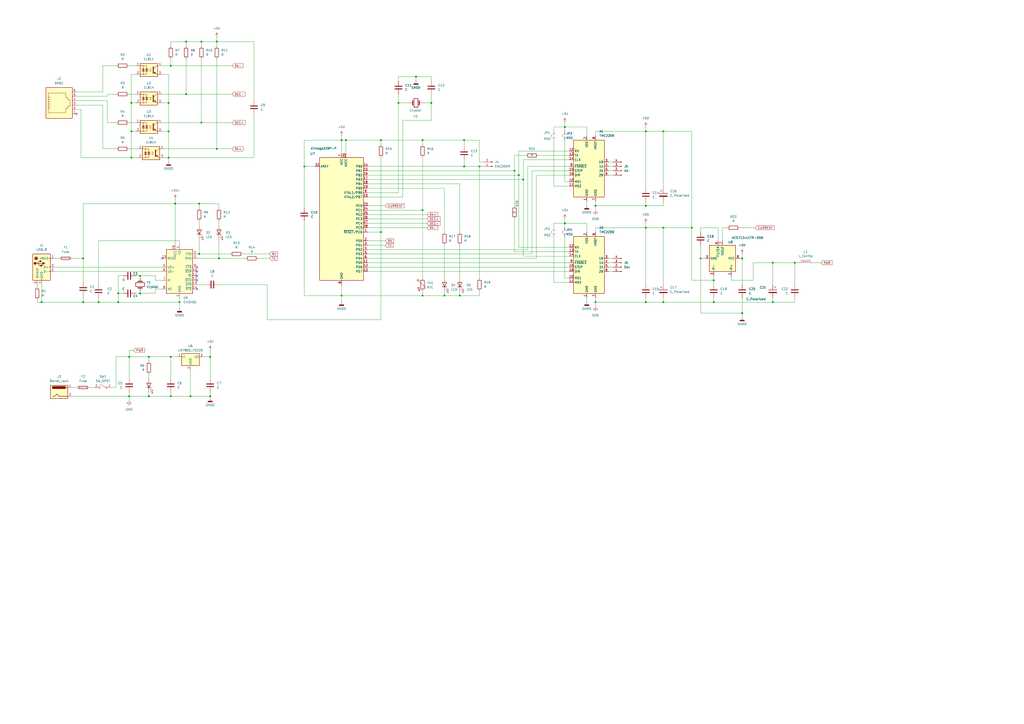
<source format=kicad_sch>
(kicad_sch (version 20231120) (generator "eeschema") (generator_version "8.0")
  (paper "A2")
  (junction (at 374.65 119.38))
  (junction (at 298.45 99.06))
  (junction (at 220.98 81.28))
  (junction (at 200.66 81.28))
  (junction (at 76.2 91.44))
  (junction (at 48.26 175.26))
  (junction (at 104.14 175.26))
  (junction (at 81.28 170.18))
  (junction (at 384.81 132.08))
  (junction (at 99.06 207.01))
  (junction (at 257.81 171.45))
  (junction (at 116.84 24.13))
  (junction (at 345.44 119.38))
  (junction (at 430.53 149.86))
  (junction (at 374.65 175.26))
  (junction (at 115.57 118.11))
  (junction (at 327.66 129.54))
  (junction (at 97.79 59.69))
  (junction (at 245.11 121.92))
  (junction (at 384.81 175.26))
  (junction (at 127 149.86))
  (junction (at 245.11 81.28))
  (junction (at 176.53 96.52))
  (junction (at 414.02 162.56))
  (junction (at 461.01 152.4))
  (junction (at 101.6 118.11))
  (junction (at 110.49 229.87))
  (junction (at 327.66 73.66))
  (junction (at 241.3 44.45))
  (junction (at 374.65 132.08))
  (junction (at 250.19 59.69))
  (junction (at 430.53 181.61))
  (junction (at 48.26 149.86))
  (junction (at 121.92 229.87))
  (junction (at 448.31 175.26))
  (junction (at 24.13 175.26))
  (junction (at 125.73 86.36))
  (junction (at 406.4 149.86))
  (junction (at 303.53 104.14))
  (junction (at 245.11 171.45))
  (junction (at 374.65 76.2))
  (junction (at 68.58 175.26))
  (junction (at 115.57 147.32))
  (junction (at 269.24 96.52))
  (junction (at 125.73 24.13))
  (junction (at 121.92 207.01))
  (junction (at 86.36 207.01))
  (junction (at 68.58 170.18))
  (junction (at 384.81 76.2))
  (junction (at 401.32 132.08))
  (junction (at 76.2 59.69))
  (junction (at 81.28 160.02))
  (junction (at 448.31 152.4))
  (junction (at 97.79 91.44))
  (junction (at 198.12 171.45))
  (junction (at 97.79 76.2))
  (junction (at 300.99 101.6))
  (junction (at 220.98 134.62))
  (junction (at 86.36 229.87))
  (junction (at 99.06 38.1))
  (junction (at 99.06 229.87))
  (junction (at 107.95 24.13))
  (junction (at 231.14 59.69))
  (junction (at 57.15 175.26))
  (junction (at 266.7 171.45))
  (junction (at 269.24 81.28))
  (junction (at 345.44 175.26))
  (junction (at 76.2 76.2))
  (junction (at 198.12 81.28))
  (junction (at 278.13 96.52))
  (junction (at 74.93 207.01))
  (junction (at 74.93 229.87))
  (junction (at 107.95 54.61))
  (junction (at 116.84 71.12))
  (junction (at 414.02 175.26))
  (no_connect (at 114.3 162.56))
  (no_connect (at 44.45 66.04))
  (no_connect (at 114.3 167.64))
  (no_connect (at 114.3 154.94))
  (no_connect (at 93.98 149.86))
  (no_connect (at 114.3 160.02))
  (no_connect (at 114.3 157.48))
  (wire (pts (xy 340.36 129.54) (xy 340.36 134.62)))
  (wire (pts (xy 101.6 118.11) (xy 101.6 142.24)))
  (wire (pts (xy 74.93 227.33) (xy 74.93 229.87)))
  (wire (pts (xy 269.24 92.71) (xy 269.24 96.52)))
  (wire (pts (xy 245.11 81.28) (xy 245.11 83.82)))
  (wire (pts (xy 44.45 53.34) (xy 59.69 53.34)))
  (wire (pts (xy 213.36 96.52) (xy 269.24 96.52)))
  (wire (pts (xy 430.53 172.72) (xy 430.53 181.61)))
  (wire (pts (xy 406.4 132.08) (xy 406.4 134.62)))
  (wire (pts (xy 298.45 146.05) (xy 298.45 127)))
  (wire (pts (xy 97.79 76.2) (xy 97.79 59.69)))
  (wire (pts (xy 448.31 152.4) (xy 461.01 152.4)))
  (wire (pts (xy 327.66 71.12) (xy 327.66 73.66)))
  (wire (pts (xy 116.84 71.12) (xy 93.98 71.12)))
  (wire (pts (xy 99.06 26.67) (xy 99.06 24.13)))
  (wire (pts (xy 330.2 96.52) (xy 306.07 96.52)))
  (wire (pts (xy 127 128.27) (xy 127 130.81)))
  (wire (pts (xy 57.15 172.72) (xy 57.15 175.26)))
  (wire (pts (xy 461.01 152.4) (xy 463.55 152.4)))
  (wire (pts (xy 68.58 175.26) (xy 104.14 175.26)))
  (wire (pts (xy 213.36 114.3) (xy 233.68 114.3)))
  (wire (pts (xy 76.2 59.69) (xy 76.2 76.2)))
  (wire (pts (xy 429.26 132.08) (xy 438.15 132.08)))
  (wire (pts (xy 213.36 154.94) (xy 330.2 154.94)))
  (wire (pts (xy 327.66 129.54) (xy 340.36 129.54)))
  (wire (pts (xy 21.59 165.1) (xy 21.59 166.37)))
  (wire (pts (xy 24.13 175.26) (xy 21.59 175.26)))
  (wire (pts (xy 401.32 76.2) (xy 384.81 76.2)))
  (wire (pts (xy 327.66 105.41) (xy 330.2 105.41)))
  (wire (pts (xy 345.44 76.2) (xy 374.65 76.2)))
  (wire (pts (xy 97.79 43.18) (xy 93.98 43.18)))
  (wire (pts (xy 97.79 91.44) (xy 95.25 91.44)))
  (wire (pts (xy 107.95 24.13) (xy 107.95 26.67)))
  (wire (pts (xy 303.53 92.71) (xy 330.2 92.71)))
  (wire (pts (xy 345.44 119.38) (xy 345.44 121.92)))
  (wire (pts (xy 213.36 99.06) (xy 298.45 99.06)))
  (wire (pts (xy 74.93 207.01) (xy 74.93 203.2)))
  (wire (pts (xy 384.81 116.84) (xy 384.81 119.38)))
  (wire (pts (xy 147.32 24.13) (xy 147.32 58.42)))
  (wire (pts (xy 245.11 171.45) (xy 257.81 171.45)))
  (wire (pts (xy 321.31 137.16) (xy 321.31 163.83)))
  (wire (pts (xy 408.94 149.86) (xy 406.4 149.86)))
  (wire (pts (xy 90.17 162.56) (xy 90.17 160.02)))
  (wire (pts (xy 176.53 120.65) (xy 176.53 96.52)))
  (wire (pts (xy 24.13 175.26) (xy 48.26 175.26)))
  (wire (pts (xy 257.81 171.45) (xy 266.7 171.45)))
  (wire (pts (xy 269.24 81.28) (xy 278.13 81.28)))
  (wire (pts (xy 374.65 129.54) (xy 374.65 132.08)))
  (wire (pts (xy 41.91 229.87) (xy 74.93 229.87)))
  (wire (pts (xy 76.2 43.18) (xy 76.2 59.69)))
  (wire (pts (xy 436.88 162.56) (xy 436.88 152.4)))
  (wire (pts (xy 74.93 203.2) (xy 77.47 203.2)))
  (wire (pts (xy 306.07 96.52) (xy 306.07 144.78)))
  (wire (pts (xy 448.31 165.1) (xy 448.31 152.4)))
  (wire (pts (xy 21.59 175.26) (xy 21.59 173.99)))
  (wire (pts (xy 127 165.1) (xy 154.94 165.1)))
  (wire (pts (xy 430.53 149.86) (xy 429.26 149.86)))
  (wire (pts (xy 250.19 54.61) (xy 250.19 59.69)))
  (wire (pts (xy 90.17 160.02) (xy 81.28 160.02)))
  (wire (pts (xy 115.57 138.43) (xy 115.57 147.32)))
  (wire (pts (xy 127 138.43) (xy 127 149.86)))
  (wire (pts (xy 266.7 171.45) (xy 266.7 168.91)))
  (wire (pts (xy 269.24 81.28) (xy 269.24 85.09)))
  (wire (pts (xy 213.36 124.46) (xy 247.65 124.46)))
  (wire (pts (xy 24.13 175.26) (xy 24.13 165.1)))
  (wire (pts (xy 86.36 207.01) (xy 74.93 207.01)))
  (wire (pts (xy 406.4 142.24) (xy 406.4 149.86)))
  (wire (pts (xy 97.79 59.69) (xy 97.79 43.18)))
  (wire (pts (xy 121.92 229.87) (xy 121.92 231.14)))
  (wire (pts (xy 62.23 71.12) (xy 67.31 71.12)))
  (wire (pts (xy 374.65 175.26) (xy 384.81 175.26)))
  (wire (pts (xy 57.15 139.7) (xy 104.14 139.7)))
  (wire (pts (xy 147.32 91.44) (xy 97.79 91.44)))
  (wire (pts (xy 327.66 137.16) (xy 327.66 161.29)))
  (wire (pts (xy 384.81 76.2) (xy 384.81 109.22)))
  (wire (pts (xy 384.81 175.26) (xy 414.02 175.26)))
  (wire (pts (xy 401.32 132.08) (xy 401.32 76.2)))
  (wire (pts (xy 471.17 152.4) (xy 476.25 152.4)))
  (wire (pts (xy 54.61 224.79) (xy 52.07 224.79)))
  (wire (pts (xy 300.99 143.51) (xy 330.2 143.51)))
  (wire (pts (xy 419.1 132.08) (xy 421.64 132.08)))
  (wire (pts (xy 345.44 119.38) (xy 374.65 119.38)))
  (wire (pts (xy 278.13 96.52) (xy 278.13 161.29)))
  (wire (pts (xy 48.26 149.86) (xy 48.26 163.83)))
  (wire (pts (xy 121.92 207.01) (xy 121.92 203.2)))
  (wire (pts (xy 461.01 175.26) (xy 461.01 172.72)))
  (wire (pts (xy 127 118.11) (xy 127 120.65)))
  (wire (pts (xy 78.74 59.69) (xy 76.2 59.69)))
  (wire (pts (xy 114.3 147.32) (xy 115.57 147.32)))
  (wire (pts (xy 99.06 207.01) (xy 99.06 219.71)))
  (wire (pts (xy 198.12 78.74) (xy 198.12 81.28)))
  (wire (pts (xy 97.79 59.69) (xy 93.98 59.69)))
  (wire (pts (xy 44.45 60.96) (xy 59.69 60.96)))
  (wire (pts (xy 59.69 86.36) (xy 67.31 86.36)))
  (wire (pts (xy 93.98 167.64) (xy 90.17 167.64)))
  (wire (pts (xy 59.69 53.34) (xy 59.69 38.1)))
  (wire (pts (xy 76.2 91.44) (xy 46.99 91.44)))
  (wire (pts (xy 78.74 160.02) (xy 81.28 160.02)))
  (wire (pts (xy 245.11 121.92) (xy 245.11 161.29)))
  (wire (pts (xy 311.15 101.6) (xy 311.15 149.86)))
  (wire (pts (xy 257.81 171.45) (xy 257.81 168.91)))
  (wire (pts (xy 115.57 118.11) (xy 127 118.11)))
  (wire (pts (xy 78.74 76.2) (xy 76.2 76.2)))
  (wire (pts (xy 303.53 104.14) (xy 303.53 148.59)))
  (wire (pts (xy 374.65 76.2) (xy 384.81 76.2)))
  (wire (pts (xy 116.84 71.12) (xy 134.62 71.12)))
  (wire (pts (xy 86.36 217.17) (xy 86.36 219.71)))
  (wire (pts (xy 97.79 76.2) (xy 97.79 91.44)))
  (wire (pts (xy 176.53 96.52) (xy 176.53 81.28)))
  (wire (pts (xy 127 149.86) (xy 142.24 149.86)))
  (wire (pts (xy 57.15 165.1) (xy 57.15 139.7)))
  (wire (pts (xy 104.14 139.7) (xy 104.14 142.24)))
  (wire (pts (xy 406.4 181.61) (xy 430.53 181.61)))
  (wire (pts (xy 99.06 38.1) (xy 134.62 38.1)))
  (wire (pts (xy 280.67 93.98) (xy 278.13 93.98)))
  (wire (pts (xy 345.44 119.38) (xy 345.44 116.84)))
  (wire (pts (xy 416.56 139.7) (xy 416.56 132.08)))
  (wire (pts (xy 345.44 132.08) (xy 345.44 134.62)))
  (wire (pts (xy 231.14 44.45) (xy 241.3 44.45)))
  (wire (pts (xy 312.42 90.17) (xy 330.2 90.17)))
  (wire (pts (xy 149.86 149.86) (xy 156.21 149.86)))
  (wire (pts (xy 340.36 78.74) (xy 340.36 73.66)))
  (wire (pts (xy 62.23 58.42) (xy 62.23 71.12)))
  (wire (pts (xy 233.68 69.85) (xy 233.68 114.3)))
  (wire (pts (xy 374.65 109.22) (xy 374.65 76.2)))
  (wire (pts (xy 110.49 214.63) (xy 110.49 229.87)))
  (wire (pts (xy 107.95 34.29) (xy 107.95 54.61)))
  (wire (pts (xy 220.98 81.28) (xy 200.66 81.28)))
  (wire (pts (xy 419.1 139.7) (xy 419.1 132.08)))
  (wire (pts (xy 321.31 129.54) (xy 321.31 132.08)))
  (wire (pts (xy 278.13 96.52) (xy 280.67 96.52)))
  (wire (pts (xy 86.36 209.55) (xy 86.36 207.01)))
  (wire (pts (xy 424.18 160.02) (xy 424.18 162.56)))
  (wire (pts (xy 374.65 172.72) (xy 374.65 175.26)))
  (wire (pts (xy 125.73 86.36) (xy 95.25 86.36)))
  (wire (pts (xy 241.3 44.45) (xy 250.19 44.45)))
  (wire (pts (xy 200.66 81.28) (xy 200.66 88.9)))
  (wire (pts (xy 266.7 142.24) (xy 266.7 161.29)))
  (wire (pts (xy 198.12 81.28) (xy 198.12 88.9)))
  (wire (pts (xy 115.57 118.11) (xy 101.6 118.11)))
  (wire (pts (xy 213.36 127) (xy 247.65 127)))
  (wire (pts (xy 78.74 170.18) (xy 81.28 170.18)))
  (wire (pts (xy 213.36 132.08) (xy 247.65 132.08)))
  (wire (pts (xy 81.28 160.02) (xy 81.28 161.29)))
  (wire (pts (xy 231.14 59.69) (xy 237.49 59.69)))
  (wire (pts (xy 353.06 157.48) (xy 355.6 157.48)))
  (wire (pts (xy 311.15 101.6) (xy 330.2 101.6)))
  (wire (pts (xy 107.95 24.13) (xy 116.84 24.13)))
  (wire (pts (xy 110.49 229.87) (xy 121.92 229.87)))
  (wire (pts (xy 176.53 81.28) (xy 198.12 81.28)))
  (wire (pts (xy 48.26 118.11) (xy 101.6 118.11)))
  (wire (pts (xy 176.53 128.27) (xy 176.53 171.45)))
  (wire (pts (xy 353.06 96.52) (xy 355.6 96.52)))
  (wire (pts (xy 104.14 175.26) (xy 104.14 179.07)))
  (wire (pts (xy 300.99 87.63) (xy 330.2 87.63)))
  (wire (pts (xy 31.75 149.86) (xy 34.29 149.86)))
  (wire (pts (xy 176.53 96.52) (xy 182.88 96.52)))
  (wire (pts (xy 345.44 76.2) (xy 345.44 78.74)))
  (wire (pts (xy 74.93 54.61) (xy 78.74 54.61)))
  (wire (pts (xy 86.36 229.87) (xy 99.06 229.87)))
  (wire (pts (xy 198.12 171.45) (xy 176.53 171.45)))
  (wire (pts (xy 121.92 227.33) (xy 121.92 229.87)))
  (wire (pts (xy 198.12 171.45) (xy 198.12 175.26)))
  (wire (pts (xy 448.31 175.26) (xy 461.01 175.26)))
  (wire (pts (xy 74.93 229.87) (xy 74.93 232.41)))
  (wire (pts (xy 250.19 44.45) (xy 250.19 46.99)))
  (wire (pts (xy 250.19 69.85) (xy 250.19 59.69)))
  (wire (pts (xy 345.44 132.08) (xy 374.65 132.08)))
  (wire (pts (xy 250.19 69.85) (xy 233.68 69.85)))
  (wire (pts (xy 414.02 162.56) (xy 414.02 165.1)))
  (wire (pts (xy 213.36 144.78) (xy 306.07 144.78)))
  (wire (pts (xy 257.81 142.24) (xy 257.81 161.29)))
  (wire (pts (xy 107.95 54.61) (xy 93.98 54.61)))
  (wire (pts (xy 300.99 101.6) (xy 300.99 143.51)))
  (wire (pts (xy 269.24 96.52) (xy 278.13 96.52)))
  (wire (pts (xy 125.73 24.13) (xy 125.73 26.67)))
  (wire (pts (xy 430.53 147.32) (xy 430.53 149.86)))
  (wire (pts (xy 353.06 93.98) (xy 355.6 93.98)))
  (wire (pts (xy 278.13 93.98) (xy 278.13 81.28)))
  (wire (pts (xy 74.93 71.12) (xy 78.74 71.12)))
  (wire (pts (xy 213.36 142.24) (xy 223.52 142.24)))
  (wire (pts (xy 78.74 43.18) (xy 76.2 43.18)))
  (wire (pts (xy 374.65 165.1) (xy 374.65 132.08)))
  (wire (pts (xy 430.53 181.61) (xy 430.53 184.15)))
  (wire (pts (xy 213.36 121.92) (xy 245.11 121.92)))
  (wire (pts (xy 327.66 129.54) (xy 327.66 132.08)))
  (wire (pts (xy 213.36 139.7) (xy 223.52 139.7)))
  (wire (pts (xy 121.92 207.01) (xy 121.92 219.71)))
  (wire (pts (xy 448.31 172.72) (xy 448.31 175.26)))
  (wire (pts (xy 41.91 149.86) (xy 48.26 149.86)))
  (wire (pts (xy 62.23 54.61) (xy 62.23 55.88)))
  (wire (pts (xy 57.15 175.26) (xy 68.58 175.26)))
  (wire (pts (xy 74.93 207.01) (xy 74.93 219.71)))
  (wire (pts (xy 115.57 147.32) (xy 133.35 147.32)))
  (wire (pts (xy 308.61 99.06) (xy 330.2 99.06)))
  (wire (pts (xy 231.14 46.99) (xy 231.14 44.45)))
  (wire (pts (xy 330.2 146.05) (xy 298.45 146.05)))
  (wire (pts (xy 213.36 157.48) (xy 330.2 157.48)))
  (wire (pts (xy 266.7 106.68) (xy 266.7 134.62)))
  (wire (pts (xy 213.36 104.14) (xy 303.53 104.14)))
  (wire (pts (xy 340.36 73.66) (xy 327.66 73.66)))
  (wire (pts (xy 298.45 99.06) (xy 298.45 90.17)))
  (wire (pts (xy 308.61 99.06) (xy 308.61 147.32)))
  (wire (pts (xy 86.36 227.33) (xy 86.36 229.87)))
  (wire (pts (xy 213.36 106.68) (xy 266.7 106.68)))
  (wire (pts (xy 374.65 116.84) (xy 374.65 119.38)))
  (wire (pts (xy 353.06 152.4) (xy 355.6 152.4)))
  (wire (pts (xy 414.02 160.02) (xy 414.02 162.56)))
  (wire (pts (xy 303.53 104.14) (xy 303.53 92.71)))
  (wire (pts (xy 99.06 38.1) (xy 93.98 38.1)))
  (wire (pts (xy 213.36 152.4) (xy 330.2 152.4)))
  (wire (pts (xy 345.44 175.26) (xy 345.44 172.72)))
  (wire (pts (xy 340.36 116.84) (xy 340.36 119.38)))
  (wire (pts (xy 257.81 109.22) (xy 257.81 134.62)))
  (wire (pts (xy 327.66 127) (xy 327.66 129.54)))
  (wire (pts (xy 245.11 81.28) (xy 269.24 81.28)))
  (wire (pts (xy 67.31 207.01) (xy 74.93 207.01)))
  (wire (pts (xy 74.93 86.36) (xy 80.01 86.36)))
  (wire (pts (xy 80.01 91.44) (xy 76.2 91.44)))
  (wire (pts (xy 327.66 129.54) (xy 321.31 129.54)))
  (wire (pts (xy 125.73 21.59) (xy 125.73 24.13)))
  (wire (pts (xy 327.66 81.28) (xy 327.66 105.41)))
  (wire (pts (xy 44.45 63.5) (xy 46.99 63.5)))
  (wire (pts (xy 116.84 34.29) (xy 116.84 71.12)))
  (wire (pts (xy 147.32 66.04) (xy 147.32 91.44)))
  (wire (pts (xy 59.69 86.36) (xy 59.69 60.96)))
  (wire (pts (xy 86.36 229.87) (xy 74.93 229.87)))
  (wire (pts (xy 245.11 168.91) (xy 245.11 171.45)))
  (wire (pts (xy 353.06 149.86) (xy 355.6 149.86)))
  (wire (pts (xy 48.26 118.11) (xy 48.26 149.86)))
  (wire (pts (xy 74.93 38.1) (xy 78.74 38.1)))
  (wire (pts (xy 114.3 165.1) (xy 119.38 165.1)))
  (wire (pts (xy 430.53 165.1) (xy 430.53 149.86)))
  (wire (pts (xy 93.98 162.56) (xy 90.17 162.56)))
  (wire (pts (xy 416.56 132.08) (xy 406.4 132.08)))
  (wire (pts (xy 300.99 87.63) (xy 300.99 101.6)))
  (wire (pts (xy 68.58 170.18) (xy 68.58 175.26)))
  (wire (pts (xy 327.66 161.29) (xy 330.2 161.29)))
  (wire (pts (xy 266.7 171.45) (xy 278.13 171.45)))
  (wire (pts (xy 414.02 172.72) (xy 414.02 175.26)))
  (wire (pts (xy 140.97 147.32) (xy 156.21 147.32)))
  (wire (pts (xy 81.28 168.91) (xy 81.28 170.18)))
  (wire (pts (xy 41.91 224.79) (xy 44.45 224.79)))
  (wire (pts (xy 114.3 149.86) (xy 127 149.86)))
  (wire (pts (xy 245.11 91.44) (xy 245.11 121.92)))
  (wire (pts (xy 401.32 162.56) (xy 401.32 132.08)))
  (wire (pts (xy 374.65 73.66) (xy 374.65 76.2)))
  (wire (pts (xy 213.36 147.32) (xy 308.61 147.32)))
  (wire (pts (xy 220.98 81.28) (xy 245.11 81.28)))
  (wire (pts (xy 116.84 24.13) (xy 116.84 26.67)))
  (wire (pts (xy 220.98 134.62) (xy 220.98 185.42)))
  (wire (pts (xy 321.31 81.28) (xy 321.31 107.95)))
  (wire (pts (xy 241.3 44.45) (xy 241.3 46.99)))
  (wire (pts (xy 44.45 58.42) (xy 62.23 58.42)))
  (wire (pts (xy 67.31 54.61) (xy 62.23 54.61)))
  (wire (pts (xy 353.06 154.94) (xy 355.6 154.94)))
  (wire (pts (xy 384.81 172.72) (xy 384.81 175.26)))
  (wire (pts (xy 353.06 101.6) (xy 355.6 101.6)))
  (wire (pts (xy 99.06 34.29) (xy 99.06 38.1)))
  (wire (pts (xy 93.98 76.2) (xy 97.79 76.2)))
  (wire (pts (xy 345.44 175.26) (xy 345.44 177.8)))
  (wire (pts (xy 213.36 101.6) (xy 300.99 101.6)))
  (wire (pts (xy 118.11 207.01) (xy 121.92 207.01)))
  (wire (pts (xy 99.06 227.33) (xy 99.06 229.87)))
  (wire (pts (xy 220.98 83.82) (xy 220.98 81.28)))
  (wire (pts (xy 374.65 132.08) (xy 384.81 132.08)))
  (wire (pts (xy 67.31 224.79) (xy 67.31 207.01)))
  (wire (pts (xy 90.17 170.18) (xy 81.28 170.18)))
  (wire (pts (xy 231.14 54.61) (xy 231.14 59.69)))
  (wire (pts (xy 353.06 99.06) (xy 355.6 99.06)))
  (wire (pts (xy 76.2 76.2) (xy 76.2 91.44)))
  (wire (pts (xy 401.32 132.08) (xy 384.81 132.08)))
  (wire (pts (xy 245.11 171.45) (xy 198.12 171.45)))
  (wire (pts (xy 220.98 134.62) (xy 213.36 134.62)))
  (wire (pts (xy 340.36 172.72) (xy 340.36 175.26)))
  (wire (pts (xy 125.73 86.36) (xy 134.62 86.36)))
  (wire (pts (xy 213.36 119.38) (xy 223.52 119.38)))
  (wire (pts (xy 384.81 132.08) (xy 384.81 165.1)))
  (wire (pts (xy 213.36 129.54) (xy 247.65 129.54)))
  (wire (pts (xy 414.02 162.56) (xy 401.32 162.56)))
  (wire (pts (xy 220.98 91.44) (xy 220.98 134.62)))
  (wire (pts (xy 424.18 162.56) (xy 436.88 162.56)))
  (wire (pts (xy 374.65 119.38) (xy 384.81 119.38)))
  (wire (pts (xy 99.06 229.87) (xy 110.49 229.87)))
  (wire (pts (xy 46.99 91.44) (xy 46.99 63.5)))
  (wire (pts (xy 59.69 38.1) (xy 67.31 38.1)))
  (wire (pts (xy 116.84 24.13) (xy 125.73 24.13)))
  (wire (pts (xy 278.13 171.45) (xy 278.13 168.91)))
  (wire (pts (xy 436.88 152.4) (xy 448.31 152.4)))
  (wire (pts (xy 213.36 149.86) (xy 311.15 149.86)))
  (wire (pts (xy 64.77 224.79) (xy 67.31 224.79)))
  (wire (pts (xy 102.87 207.01) (xy 99.06 207.01)))
  (wire (pts (xy 298.45 99.06) (xy 298.45 119.38)))
  (wire (pts (xy 414.02 175.26) (xy 448.31 175.26)))
  (wire (pts (xy 99.06 24.13) (xy 107.95 24.13)))
  (wire (pts (xy 86.36 207.01) (xy 99.06 207.01)))
  (wire (pts (xy 71.12 170.18) (xy 68.58 170.18)))
  (wire (pts (xy 250.19 59.69) (xy 245.11 59.69)))
  (wire (pts (xy 48.26 175.26) (xy 57.15 175.26)))
  (wire (pts (xy 31.75 157.48) (xy 93.98 157.48)))
  (wire (pts (xy 115.57 128.27) (xy 115.57 130.81)))
  (wire (pts (xy 104.14 172.72) (xy 104.14 175.26)))
  (wire (pts (xy 101.6 115.57) (xy 101.6 118.11)))
  (wire (pts (xy 48.26 171.45) (xy 48.26 175.26)))
  (wire (pts (xy 461.01 165.1) (xy 461.01 152.4)))
  (wire (pts (xy 154.94 165.1) (xy 154.94 185.42)))
  (wire (pts (xy 327.66 73.66) (xy 327.66 76.2)))
  (wire (pts (xy 198.12 165.1) (xy 198.12 171.45)))
  (wire (pts (xy 44.45 55.88) (xy 62.23 55.88)))
  (wire (pts (xy 68.58 160.02) (xy 71.12 160.02)))
  (wire (pts (xy 321.31 73.66) (xy 321.31 76.2)))
  (wire (pts (xy 303.53 148.59) (xy 330.2 148.59)))
  (wire (pts (xy 327.66 73.66) (xy 321.31 73.66)))
  (wire (pts (xy 68.58 170.18) (xy 68.58 160.02)))
  (wire (pts (xy 213.36 111.76) (xy 231.14 111.76)))
  (wire (pts (xy 115.57 120.65) (xy 115.57 118.11)))
  (wire (pts (xy 90.17 167.64) (xy 90.17 170.18)))
  (wire (pts (xy 321.31 107.95) (xy 330.2 107.95)))
  (wire (pts (xy 298.45 90.17) (xy 304.8 90.17)))
  (wire (pts (xy 213.36 109.22) (xy 257.81 109.22)))
  (wire (pts (xy 231.14 59.69) (xy 231.14 111.76)))
  (wire (pts (xy 406.4 149.86) (xy 406.4 181.61)))
  (wire (pts (xy 321.31 163.83) (xy 330.2 163.83)))
  (wire (pts (xy 107.95 54.61) (xy 134.62 54.61)))
  (wire (pts (xy 200.66 81.28) (xy 198.12 81.28)))
  (wire (pts (xy 97.79 91.44) (xy 97.79 93.98)))
  (wire (pts (xy 125.73 34.29) (xy 125.73 86.36)))
  (wire (pts (xy 125.73 24.13) (xy 147.32 24.13)))
  (wire (pts (xy 154.94 185.42) (xy 220.98 185.42)))
  (wire (pts (xy 31.75 154.94) (xy 93.98 154.94)))
  (wire (pts (xy 345.44 175.26) (xy 374.65 175.26)))
  (global_label "PWR" (shape input) (at 476.25 152.4 0) (property "Intersheetrefs" "${INTERSHEET_REFS}" (effects (hide yes))))
  (global_label "CURRENT" (shape input) (at 438.15 132.08 0) (property "Intersheetrefs" "${INTERSHEET_REFS}" (effects (hide yes))))
  (global_label "RA+" (shape input) (at 247.65 124.46 0) (property "Intersheetrefs" "${INTERSHEET_REFS}" (effects (hide yes))))
  (global_label "RA-" (shape input) (at 247.65 132.08 0) (property "Intersheetrefs" "${INTERSHEET_REFS}" (effects (hide yes))))
  (global_label "PWR" (shape input) (at 77.47 203.2 0) (property "Intersheetrefs" "${INTERSHEET_REFS}" (effects (hide yes))))
  (global_label "TX" (shape input) (at 156.21 149.86 0) (property "Intersheetrefs" "${INTERSHEET_REFS}" (effects (hide yes))))
  (global_label "DEC-" (shape input) (at 247.65 129.54 0) (property "Intersheetrefs" "${INTERSHEET_REFS}" (effects (hide yes))))
  (global_label "RA+" (shape input) (at 134.62 86.36 0) (property "Intersheetrefs" "${INTERSHEET_REFS}" (effects (hide yes))))
  (global_label "TX" (shape input) (at 223.52 142.24 0) (property "Intersheetrefs" "${INTERSHEET_REFS}" (effects (hide yes))))
  (global_label "DEC+" (shape input) (at 247.65 127 0) (property "Intersheetrefs" "${INTERSHEET_REFS}" (effects (hide yes))))
  (global_label "DEC-" (shape input) (at 134.62 54.61 0) (property "Intersheetrefs" "${INTERSHEET_REFS}" (effects (hide yes))))
  (global_label "CURRENT" (shape input) (at 223.52 119.38 0) (property "Intersheetrefs" "${INTERSHEET_REFS}" (effects (hide yes))))
  (global_label "DEC+" (shape input) (at 134.62 71.12 0) (property "Intersheetrefs" "${INTERSHEET_REFS}" (effects (hide yes))))
  (global_label "RA-" (shape input) (at 134.62 38.1 0) (property "Intersheetrefs" "${INTERSHEET_REFS}" (effects (hide yes))))
  (global_label "RX" (shape input) (at 156.21 147.32 0) (property "Intersheetrefs" "${INTERSHEET_REFS}" (effects (hide yes))))
  (global_label "RX" (shape input) (at 223.52 139.7 0) (property "Intersheetrefs" "${INTERSHEET_REFS}" (effects (hide yes))))
  (symbol (lib_id "Device:L_Ferrite") (at 467.36 152.4 270) (mirror x) (unit 1)
    (property "Reference" "L1" (at 467.36 146.05 90))
    (property "Value" "L_Ferrite" (at 467.36 148.59 90))
    (property "Description" "Inductor with ferrite core" (effects (hide yes)))
  )
  (symbol (lib_id "Device:C") (at 74.93 223.52 0) (mirror y) (unit 1)
    (property "Reference" "C5" (at 71.12 222.2499 0) (effects (justify left)))
    (property "Value" "C" (at 71.12 224.7899 0) (effects (justify left)))
    (property "Description" "Unpolarized capacitor" (effects (hide yes)))
  )
  (symbol (lib_id "Jumper:Jumper_2_Small_Open") (at 321.31 78.74 90) (unit 1) (exclude_from_sim yes)
    (property "Reference" "JP1" (at 315.468 76.962 90) (effects (justify right)))
    (property "Value" "MS2" (at 315.468 80.518 90) (effects (justify right)))
    (property "Description" "Jumper, 2-pole, small symbol, open" (effects (hide yes)))
  )
  (symbol (lib_id "Connector:Barrel_Jack") (at 34.29 227.33 0) (unit 1)
    (property "Reference" "J3" (at 34.29 218.44 0))
    (property "Value" "Barrel_Jack" (at 34.29 220.98 0))
    (property "Description" "DC Barrel Jack" (effects (hide yes)))
  )
  (symbol (lib_id "Device:R") (at 125.73 30.48 0) (unit 1)
    (property "Reference" "R11" (at 128.27 29.2099 0) (effects (justify left)))
    (property "Value" "R" (at 128.27 31.7499 0) (effects (justify left)))
    (property "Description" "Resistor" (effects (hide yes)))
  )
  (symbol (lib_id "power:GNDD") (at 104.14 179.07 0) (unit 1)
    (property "Reference" "#PWR04" (effects (hide yes)))
    (property "Value" "GNDD" (at 104.14 182.88 0))
    (property "Description" "Power symbol creates a global label with name \"GNDD\" , digital ground" (effects (hide yes)))
  )
  (symbol (lib_id "Device:Fuse") (at 38.1 149.86 90) (unit 1)
    (property "Reference" "F1" (at 38.1 143.51 90))
    (property "Value" "Fuse" (at 38.1 146.05 90))
    (property "Description" "Fuse" (effects (hide yes)))
  )
  (symbol (lib_id "Device:C") (at 269.24 88.9 0) (unit 1)
    (property "Reference" "C13" (at 273.05 87.6299 0) (effects (justify left)))
    (property "Value" "C" (at 273.05 90.1699 0) (effects (justify left)))
    (property "Description" "Unpolarized capacitor" (effects (hide yes)))
  )
  (symbol (lib_id "power:GNDD") (at 430.53 184.15 0) (unit 1)
    (property "Reference" "#PWR019" (effects (hide yes)))
    (property "Value" "GNDD" (at 430.53 187.96 0))
    (property "Description" "Power symbol creates a global label with name \"GNDD\" , digital ground" (effects (hide yes)))
  )
  (symbol (lib_id "Device:LED") (at 127 134.62 90) (unit 1)
    (property "Reference" "D3" (at 130.81 134.9374 90) (effects (justify right)))
    (property "Value" "LED" (at 130.81 137.4774 90) (effects (justify right)))
    (property "Description" "Light emitting diode" (effects (hide yes)))
  )
  (symbol (lib_id "Device:C") (at 406.4 138.43 0) (unit 1)
    (property "Reference" "C18" (at 410.21 137.1599 0) (effects (justify left)))
    (property "Value" "C" (at 410.21 139.6999 0) (effects (justify left)))
    (property "Description" "Unpolarized capacitor" (effects (hide yes)))
  )
  (symbol (lib_id "Device:R") (at 21.59 170.18 0) (unit 1)
    (property "Reference" "R1" (at 24.13 168.9099 0) (effects (justify left)))
    (property "Value" "R" (at 24.13 171.4499 0) (effects (justify left)))
    (property "Description" "Resistor" (effects (hide yes)))
  )
  (symbol (lib_id "power:VDD") (at 374.65 73.66 0) (unit 1)
    (property "Reference" "#PWR017" (effects (hide yes)))
    (property "Value" "VDD" (at 374.65 68.58 0))
    (property "Description" "Power symbol creates a global label with name \"VDD\"" (effects (hide yes)))
  )
  (symbol (lib_id "Device:R") (at 278.13 165.1 0) (unit 1)
    (property "Reference" "R19" (at 280.67 163.8299 0) (effects (justify left)))
    (property "Value" "R" (at 280.67 166.3699 0) (effects (justify left)))
    (property "Description" "Resistor" (effects (hide yes)))
  )
  (symbol (lib_id "Device:C") (at 74.93 170.18 90) (unit 1)
    (property "Reference" "C4" (at 78.486 171.704 90))
    (property "Value" "C" (at 71.628 167.64 90))
    (property "Description" "Unpolarized capacitor" (effects (hide yes)))
  )
  (symbol (lib_id "power:GNDD") (at 97.79 93.98 0) (unit 1)
    (property "Reference" "#PWR02" (effects (hide yes)))
    (property "Value" "GNDD" (at 97.79 97.79 0))
    (property "Description" "Power symbol creates a global label with name \"GNDD\" , digital ground" (effects (hide yes)))
  )
  (symbol (lib_id "Device:LED") (at 86.36 223.52 90) (unit 1)
    (property "Reference" "D1" (effects (hide yes)))
    (property "Value" "LED" (effects (hide yes)))
    (property "Description" "Light emitting diode" (effects (hide yes)))
  )
  (symbol (lib_id "Device:R") (at 99.06 30.48 0) (unit 1)
    (property "Reference" "R7" (at 101.6 29.2099 0) (effects (justify left)))
    (property "Value" "R" (at 101.6 31.7499 0) (effects (justify left)))
    (property "Description" "Resistor" (effects (hide yes)))
  )
  (symbol (lib_id "power:GNDD") (at 340.36 175.26 0) (unit 1)
    (property "Reference" "#PWR014" (effects (hide yes)))
    (property "Value" "GNDD" (at 340.36 179.07 0))
    (property "Description" "Power symbol creates a global label with name \"GNDD\" , digital ground" (effects (hide yes)))
  )
  (symbol (lib_id "power:GND") (at 345.44 177.8 0) (unit 1)
    (property "Reference" "#PWR016" (effects (hide yes)))
    (property "Value" "GND" (at 345.44 182.88 0))
    (property "Description" "Power symbol creates a global label with name \"GND\" , ground" (effects (hide yes)))
  )
  (symbol (lib_id "Switch:SW_SPST") (at 59.69 224.79 0) (mirror y) (unit 1)
    (property "Reference" "SW1" (at 59.69 218.44 0))
    (property "Value" "SW_SPST" (at 59.69 220.98 0))
    (property "Description" "Single Pole Single Throw (SPST) switch" (effects (hide yes)))
  )
  (symbol (lib_id "Device:C") (at 57.15 168.91 0) (unit 1)
    (property "Reference" "C2" (at 62.23 167.6399 0) (effects (justify left)))
    (property "Value" "C" (at 62.23 170.1799 0) (effects (justify left)))
    (property "Description" "Unpolarized capacitor" (effects (hide yes)))
  )
  (symbol (lib_id "Device:C") (at 121.92 223.52 0) (unit 1)
    (property "Reference" "C7" (at 125.73 222.2499 0) (effects (justify left)))
    (property "Value" "C" (at 125.73 224.7899 0) (effects (justify left)))
    (property "Description" "Unpolarized capacitor" (effects (hide yes)))
  )
  (symbol (lib_id "Device:C") (at 231.14 50.8 0) (unit 1)
    (property "Reference" "C11" (at 234.95 49.5299 0) (effects (justify left)))
    (property "Value" "C" (at 234.95 52.0699 0) (effects (justify left)))
    (property "Description" "Unpolarized capacitor" (effects (hide yes)))
  )
  (symbol (lib_id "MCU_Microchip_ATmega:ATmega328P-P") (at 198.12 127 0) (unit 1)
    (property "Reference" "U7" (at 181.356 89.154 0))
    (property "Value" "ATmega328P-P" (at 187.706 86.106 0))
    (property "Footprint" "Package_DIP:DIP-28_W7.62mm" (effects (hide yes)))
    (property "Datasheet" "http://ww1.microchip.com/downloads/en/DeviceDoc/ATmega328_P%20AVR%20MCU%20with%20picoPower%20Technology%20Data%20Sheet%2040001984A.pdf" (effects (hide yes)))
    (property "Description" "20MHz, 32kB Flash, 2kB SRAM, 1kB EEPROM, DIP-28" (effects (hide yes)))
  )
  (symbol (lib_id "power:+5V") (at 125.73 21.59 0) (unit 1)
    (property "Reference" "#PWR07" (effects (hide yes)))
    (property "Value" "+5V" (at 125.73 16.51 0))
    (property "Description" "Power symbol creates a global label with name \"+5V\"" (effects (hide yes)))
  )
  (symbol (lib_id "power:+5VL") (at 101.6 115.57 0) (unit 1)
    (property "Reference" "#PWR03" (effects (hide yes)))
    (property "Value" "+5VL" (at 101.6 110.49 0))
    (property "Description" "Power symbol creates a global label with name \"+5VL\"" (effects (hide yes)))
  )
  (symbol (lib_id "Isolator:EL814") (at 86.36 40.64 0) (unit 1)
    (property "Reference" "U1" (at 86.36 31.75 0))
    (property "Value" "EL814" (at 86.36 34.29 0))
    (property "Datasheet" "http://www.everlight.com/file/ProductFile/EL814.pdf" (effects (hide yes)))
    (property "Description" "AC/DC NPN Optocoupler, DIP4/SMD4" (effects (hide yes)))
  )
  (symbol (lib_id "Connector:Conn_01x04_Pin") (at 360.68 99.06 180) (unit 1)
    (property "Reference" "J5" (at 361.95 96.5199 0) (effects (justify right)))
    (property "Value" "HA" (at 361.95 99.0599 0) (effects (justify right)))
    (property "Description" "Generic connector, single row, 01x04, script generated" (effects (hide yes)))
  )
  (symbol (lib_id "Device:C") (at 250.19 50.8 0) (unit 1)
    (property "Reference" "C12" (at 254 49.5299 0) (effects (justify left)))
    (property "Value" "C" (at 254 52.0699 0) (effects (justify left)))
    (property "Description" "Unpolarized capacitor" (effects (hide yes)))
  )
  (symbol (lib_id "Device:C") (at 123.19 165.1 90) (unit 1)
    (property "Reference" "C8" (at 123.19 157.48 90))
    (property "Value" "C" (at 123.19 160.02 90))
    (property "Description" "Unpolarized capacitor" (effects (hide yes)))
  )
  (symbol (lib_id "Device:C") (at 147.32 62.23 0) (unit 1)
    (property "Reference" "C9" (at 151.13 60.9599 0) (effects (justify left)))
    (property "Value" "C" (at 151.13 63.4999 0) (effects (justify left)))
    (property "Description" "Unpolarized capacitor" (effects (hide yes)))
  )
  (symbol (lib_id "Device:C_Polarized") (at 448.31 168.91 0) (mirror y) (unit 1)
    (property "Reference" "C21" (at 444.5 166.7509 0) (effects (justify left)))
    (property "Value" "C_Polarized" (at 444.246 173.482 0) (effects (justify left)))
    (property "Description" "Polarized capacitor" (effects (hide yes)))
  )
  (symbol (lib_id "Device:C") (at 430.53 168.91 0) (unit 1)
    (property "Reference" "C20" (at 434.34 167.6399 0) (effects (justify left)))
    (property "Value" "C" (at 434.34 170.1799 0) (effects (justify left)))
    (property "Description" "Unpolarized capacitor" (effects (hide yes)))
  )
  (symbol (lib_id "Connector:USB_B") (at 24.13 154.94 0) (unit 1)
    (property "Reference" "J1" (at 24.13 142.24 0))
    (property "Value" "USB_B" (at 24.13 144.78 0))
    (property "Description" "USB Type B connector" (effects (hide yes)))
  )
  (symbol (lib_id "Jumper:Jumper_2_Small_Open") (at 327.66 134.62 90) (unit 1) (exclude_from_sim yes)
    (property "Reference" "JP4" (at 328.422 133.35 90) (effects (justify right)))
    (property "Value" "MS1" (at 328.422 135.89 90) (effects (justify right)))
    (property "Description" "Jumper, 2-pole, small symbol, open" (effects (hide yes)))
  )
  (symbol (lib_id "Connector:Conn_01x02_Pin") (at 285.75 96.52 180) (unit 1)
    (property "Reference" "J4" (at 287.02 93.9799 0) (effects (justify right)))
    (property "Value" "ENCODER" (at 287.02 96.5199 0) (effects (justify right)))
    (property "Description" "Generic connector, single row, 01x02, script generated" (effects (hide yes)))
  )
  (symbol (lib_id "power:+5V") (at 121.92 203.2 0) (unit 1)
    (property "Reference" "#PWR05" (effects (hide yes)))
    (property "Value" "+5V" (at 121.92 198.12 0))
    (property "Description" "Power symbol creates a global label with name \"+5V\"" (effects (hide yes)))
  )
  (symbol (lib_id "Device:R") (at 245.11 87.63 0) (unit 1)
    (property "Reference" "R16" (at 247.65 86.3599 0) (effects (justify left)))
    (property "Value" "R" (at 247.65 88.8999 0) (effects (justify left)))
    (property "Description" "Resistor" (effects (hide yes)))
  )
  (symbol (lib_id "Device:C_Polarized") (at 384.81 168.91 0) (unit 1)
    (property "Reference" "C17" (at 388.62 166.7509 0) (effects (justify left)))
    (property "Value" "C_Polarized" (at 388.62 169.2909 0) (effects (justify left)))
    (property "Description" "Polarized capacitor" (effects (hide yes)))
  )
  (symbol (lib_id "Device:Crystal") (at 81.28 165.1 270) (unit 1)
    (property "Reference" "Y1" (at 85.09 163.8299 90) (effects (justify left)))
    (property "Value" "Crystal" (at 85.09 166.3699 90) (effects (justify left)))
    (property "Description" "Two pin crystal" (effects (hide yes)))
  )
  (symbol (lib_id "Connector:6P6C") (at 34.29 60.96 0) (unit 1)
    (property "Reference" "J2" (at 34.29 45.72 0))
    (property "Value" "6P6C" (at 34.29 48.26 0))
    (property "Description" "RJ connector, 6P6C (6 positions 6 connected), RJ12/RJ18/RJ25" (effects (hide yes)))
  )
  (symbol (lib_id "power:+5V") (at 198.12 78.74 0) (unit 1)
    (property "Reference" "#PWR08" (effects (hide yes)))
    (property "Value" "+5V" (at 198.12 73.66 0))
    (property "Description" "Power symbol creates a global label with name \"+5V\"" (effects (hide yes)))
  )
  (symbol (lib_id "Device:R") (at 115.57 124.46 0) (unit 1)
    (property "Reference" "R9" (at 118.11 123.1899 0) (effects (justify left)))
    (property "Value" "R" (at 118.11 125.7299 0) (effects (justify left)))
    (property "Description" "Resistor" (effects (hide yes)))
  )
  (symbol (lib_id "Device:R") (at 266.7 138.43 0) (unit 1)
    (property "Reference" "R18" (at 269.24 137.1599 0) (effects (justify left)))
    (property "Value" "R" (at 269.24 139.6999 0) (effects (justify left)))
    (property "Description" "Resistor" (effects (hide yes)))
  )
  (symbol (lib_id "power:GNDD") (at 198.12 175.26 0) (unit 1)
    (property "Reference" "#PWR09" (effects (hide yes)))
    (property "Value" "GNDD" (at 198.12 179.07 0))
    (property "Description" "Power symbol creates a global label with name \"GNDD\" , digital ground" (effects (hide yes)))
  )
  (symbol (lib_id "Device:R") (at 308.61 90.17 90) (unit 1)
    (property "Reference" "R21" (at 308.61 86.36 90))
    (property "Value" "R" (at 308.61 90.17 90))
    (property "Description" "Resistor" (effects (hide yes)))
  )
  (symbol (lib_id "Device:LED") (at 266.7 165.1 90) (unit 1)
    (property "Reference" "D5" (at 270.51 165.4174 90) (effects (justify right)))
    (property "Value" "LED" (at 270.51 167.9574 90) (effects (justify right)))
    (property "Description" "Light emitting diode" (effects (hide yes)))
  )
  (symbol (lib_id "Device:LED") (at 115.57 134.62 90) (unit 1)
    (property "Reference" "D2" (at 119.38 134.9374 90) (effects (justify right)))
    (property "Value" "LED" (at 119.38 137.4774 90) (effects (justify right)))
    (property "Description" "Light emitting diode" (effects (hide yes)))
  )
  (symbol (lib_id "Device:C") (at 374.65 113.03 0) (unit 1)
    (property "Reference" "C14" (at 378.46 111.7599 0) (effects (justify left)))
    (property "Value" "C" (at 378.46 114.2999 0) (effects (justify left)))
    (property "Description" "Unpolarized capacitor" (effects (hide yes)))
  )
  (symbol (lib_id "Device:R") (at 127 124.46 0) (unit 1)
    (property "Reference" "R12" (at 129.54 123.1899 0) (effects (justify left)))
    (property "Value" "R" (at 129.54 125.7299 0) (effects (justify left)))
    (property "Description" "Resistor" (effects (hide yes)))
  )
  (symbol (lib_id "Device:R") (at 137.16 147.32 90) (unit 1)
    (property "Reference" "R13" (at 137.16 140.97 90))
    (property "Value" "R" (at 137.16 143.51 90))
    (property "Description" "Resistor" (effects (hide yes)))
  )
  (symbol (lib_id "Sensor_Current:ACS712xLCTR-05B") (at 419.1 149.86 270) (mirror x) (unit 1)
    (property "Reference" "U8" (at 425.196 140.462 90) (effects (justify right)))
    (property "Value" "ACS712xLCTR-05B" (at 442.722 137.922 90) (effects (justify right)))
    (property "Footprint" "Package_SO:SOIC-8_3.9x4.9mm_P1.27mm" (effects (hide yes)))
    (property "Datasheet" "http://www.allegromicro.com/~/media/Files/Datasheets/ACS712-Datasheet.ashx?la=en" (effects (hide yes)))
    (property "Description" "±5A Bidirectional Hall-Effect Current Sensor, +5.0V supply, 185mV/A, SOIC-8" (effects (hide yes)))
  )
  (symbol (lib_id "Device:LED") (at 257.81 165.1 90) (unit 1)
    (property "Reference" "D4" (at 261.62 165.4174 90) (effects (justify right)))
    (property "Value" "LED" (at 261.62 167.9574 90) (effects (justify right)))
    (property "Description" "Light emitting diode" (effects (hide yes)))
  )
  (symbol (lib_id "Device:R") (at 71.12 38.1 90) (unit 1)
    (property "Reference" "R2" (at 71.12 31.75 90))
    (property "Value" "R" (at 71.12 34.29 90))
    (property "Description" "Resistor" (effects (hide yes)))
  )
  (symbol (lib_id "power:+5V") (at 327.66 71.12 0) (unit 1)
    (property "Reference" "#PWR011" (effects (hide yes)))
    (property "Value" "+5V" (at 327.66 66.04 0))
    (property "Description" "Power symbol creates a global label with name \"+5V\"" (effects (hide yes)))
  )
  (symbol (lib_id "TMC-board:TMC2209_Breakout") (at 340.36 96.52 0) (unit 1)
    (property "Reference" "A1" (at 347.6341 76.2 0) (effects (justify left)))
    (property "Value" "TMC2209" (at 347.6341 78.74 0) (effects (justify left)))
  )
  (symbol (lib_id "Device:R") (at 220.98 87.63 0) (unit 1)
    (property "Reference" "R15" (at 223.52 86.3599 0) (effects (justify left)))
    (property "Value" "R" (at 223.52 88.8999 0) (effects (justify left)))
    (property "Description" "Resistor" (effects (hide yes)))
  )
  (symbol (lib_id "power:GNDD") (at 241.3 46.99 0) (unit 1)
    (property "Reference" "#PWR010" (effects (hide yes)))
    (property "Value" "GNDD" (at 241.3 50.8 0))
    (property "Description" "Power symbol creates a global label with name \"GNDD\" , digital ground" (effects (hide yes)))
  )
  (symbol (lib_id "Device:R") (at 86.36 213.36 0) (mirror y) (unit 1)
    (property "Reference" "R6" (at 83.82 212.0899 0) (effects (justify left)))
    (property "Value" "R" (at 83.82 214.6299 0) (effects (justify left)))
    (property "Description" "Resistor" (effects (hide yes)))
  )
  (symbol (lib_id "power:VDD") (at 374.65 129.54 0) (unit 1)
    (property "Reference" "#PWR018" (effects (hide yes)))
    (property "Value" "VDD" (at 374.65 124.46 0))
    (property "Description" "Power symbol creates a global label with name \"VDD\"" (effects (hide yes)))
  )
  (symbol (lib_id "Device:C") (at 176.53 124.46 0) (unit 1)
    (property "Reference" "C10" (at 180.34 123.1899 0) (effects (justify left)))
    (property "Value" "C" (at 180.34 125.7299 0) (effects (justify left)))
    (property "Description" "Unpolarized capacitor" (effects (hide yes)))
  )
  (symbol (lib_id "power:GNDD") (at 340.36 119.38 0) (unit 1)
    (property "Reference" "#PWR013" (effects (hide yes)))
    (property "Value" "GNDD" (at 340.36 123.19 0))
    (property "Description" "Power symbol creates a global label with name \"GNDD\" , digital ground" (effects (hide yes)))
  )
  (symbol (lib_id "Isolator:EL814") (at 86.36 73.66 0) (unit 1)
    (property "Reference" "U3" (at 86.36 64.77 0))
    (property "Value" "EL814" (at 86.36 67.31 0))
    (property "Datasheet" "http://www.everlight.com/file/ProductFile/EL814.pdf" (effects (hide yes)))
    (property "Description" "AC/DC NPN Optocoupler, DIP4/SMD4" (effects (hide yes)))
  )
  (symbol (lib_id "Device:C") (at 414.02 168.91 0) (unit 1)
    (property "Reference" "C19" (at 417.83 167.6399 0) (effects (justify left)))
    (property "Value" "C" (at 417.83 170.1799 0) (effects (justify left)))
    (property "Description" "Unpolarized capacitor" (effects (hide yes)))
  )
  (symbol (lib_id "Device:C") (at 74.93 160.02 90) (unit 1)
    (property "Reference" "C3" (at 78.486 158.75 90))
    (property "Value" "C" (at 71.882 162.306 90))
    (property "Description" "Unpolarized capacitor" (effects (hide yes)))
  )
  (symbol (lib_name "TMC2209_Breakout_1") (lib_id "TMC-board:TMC2209_Breakout") (at 340.36 152.4 0) (unit 1)
    (property "Reference" "A2" (at 347.6341 132.08 0) (effects (justify left)))
    (property "Value" "TMC2209" (at 347.6341 134.62 0) (effects (justify left)))
  )
  (symbol (lib_id "Device:C_Polarized") (at 384.81 113.03 0) (unit 1)
    (property "Reference" "C16" (at 388.62 110.8709 0) (effects (justify left)))
    (property "Value" "C_Polarized" (at 388.62 113.4109 0) (effects (justify left)))
    (property "Description" "Polarized capacitor" (effects (hide yes)))
  )
  (symbol (lib_id "Jumper:Jumper_2_Small_Open") (at 327.66 78.74 90) (unit 1) (exclude_from_sim yes)
    (property "Reference" "JP3" (at 328.422 77.47 90) (effects (justify right)))
    (property "Value" "MS1" (at 328.422 80.01 90) (effects (justify right)))
    (property "Description" "Jumper, 2-pole, small symbol, open" (effects (hide yes)))
  )
  (symbol (lib_id "Device:Thermistor_NTC") (at 245.11 165.1 0) (unit 1)
    (property "Reference" "TH1" (at 247.65 164.1474 0) (effects (justify left)))
    (property "Value" "NTC" (at 247.65 166.6874 0) (effects (justify left)))
    (property "Description" "Temperature dependent resistor, negative temperature coefficient" (effects (hide yes)))
  )
  (symbol (lib_id "Device:Fuse") (at 48.26 224.79 90) (unit 1)
    (property "Reference" "F2" (at 48.26 218.44 90))
    (property "Value" "Fuse" (at 48.26 220.98 90))
    (property "Description" "Fuse" (effects (hide yes)))
  )
  (symbol (lib_id "Device:C") (at 48.26 167.64 0) (unit 1)
    (property "Reference" "C1" (at 52.07 166.3699 0) (effects (justify left)))
    (property "Value" "C" (at 52.07 168.9099 0) (effects (justify left)))
    (property "Description" "Unpolarized capacitor" (effects (hide yes)))
  )
  (symbol (lib_id "Device:R") (at 425.45 132.08 90) (unit 1)
    (property "Reference" "R22" (at 425.45 125.73 90))
    (property "Value" "R" (at 425.45 128.27 90))
    (property "Description" "Resistor" (effects (hide yes)))
  )
  (symbol (lib_id "Device:C") (at 461.01 168.91 0) (mirror y) (unit 1)
    (property "Reference" "C22" (at 457.2 167.6399 0) (effects (justify left)))
    (property "Value" "C" (at 457.2 170.1799 0) (effects (justify left)))
    (property "Description" "Unpolarized capacitor" (effects (hide yes)))
  )
  (symbol (lib_id "Jumper:Jumper_2_Small_Open") (at 321.31 134.62 90) (unit 1) (exclude_from_sim yes)
    (property "Reference" "JP2" (at 315.468 132.842 90) (effects (justify right)))
    (property "Value" "MS2" (at 315.468 136.398 90) (effects (justify right)))
    (property "Description" "Jumper, 2-pole, small symbol, open" (effects (hide yes)))
  )
  (symbol (lib_id "power:+5V") (at 327.66 127 0) (unit 1)
    (property "Reference" "#PWR012" (effects (hide yes)))
    (property "Value" "+5V" (at 327.66 121.92 0))
    (property "Description" "Power symbol creates a global label with name \"+5V\"" (effects (hide yes)))
  )
  (symbol (lib_id "Isolator:EL814") (at 86.36 57.15 0) (unit 1)
    (property "Reference" "U2" (at 86.36 48.26 0))
    (property "Value" "EL814" (at 86.36 50.8 0))
    (property "Datasheet" "http://www.everlight.com/file/ProductFile/EL814.pdf" (effects (hide yes)))
    (property "Description" "AC/DC NPN Optocoupler, DIP4/SMD4" (effects (hide yes)))
  )
  (symbol (lib_id "power:+5V") (at 430.53 147.32 0) (unit 1)
    (property "Reference" "#PWR020" (effects (hide yes)))
    (property "Value" "+5V" (at 430.53 142.24 0))
    (property "Description" "Power symbol creates a global label with name \"+5V\"" (effects (hide yes)))
  )
  (symbol (lib_id "power:GND") (at 74.93 232.41 0) (mirror y) (unit 1)
    (property "Reference" "#PWR01" (effects (hide yes)))
    (property "Value" "GND" (at 74.93 237.49 0))
    (property "Description" "Power symbol creates a global label with name \"GND\" , ground" (effects (hide yes)))
  )
  (symbol (lib_id "Connector:Conn_01x04_Pin") (at 360.68 154.94 180) (unit 1)
    (property "Reference" "J6" (at 361.95 152.3999 0) (effects (justify right)))
    (property "Value" "Dec" (at 361.95 154.9399 0) (effects (justify right)))
    (property "Description" "Generic connector, single row, 01x04, script generated" (effects (hide yes)))
  )
  (symbol (lib_id "Device:R") (at 107.95 30.48 0) (unit 1)
    (property "Reference" "R8" (at 110.49 29.2099 0) (effects (justify left)))
    (property "Value" "R" (at 110.49 31.7499 0) (effects (justify left)))
    (property "Description" "Resistor" (effects (hide yes)))
  )
  (symbol (lib_id "Device:R") (at 71.12 54.61 90) (unit 1)
    (property "Reference" "R3" (at 71.12 48.26 90))
    (property "Value" "R" (at 71.12 50.8 90))
    (property "Description" "Resistor" (effects (hide yes)))
  )
  (symbol (lib_id "power:GNDD") (at 121.92 231.14 0) (unit 1)
    (property "Reference" "#PWR06" (effects (hide yes)))
    (property "Value" "GNDD" (at 121.92 234.95 0))
    (property "Description" "Power symbol creates a global label with name \"GNDD\" , digital ground" (effects (hide yes)))
  )
  (symbol (lib_id "Device:R") (at 257.81 138.43 0) (unit 1)
    (property "Reference" "R17" (at 260.35 137.1599 0) (effects (justify left)))
    (property "Value" "R" (at 260.35 139.6999 0) (effects (justify left)))
    (property "Description" "Resistor" (effects (hide yes)))
  )
  (symbol (lib_id "Device:C") (at 374.65 168.91 0) (unit 1)
    (property "Reference" "C15" (at 378.46 167.6399 0) (effects (justify left)))
    (property "Value" "C" (at 378.46 170.1799 0) (effects (justify left)))
    (property "Description" "Unpolarized capacitor" (effects (hide yes)))
  )
  (symbol (lib_id "power:GND") (at 345.44 121.92 0) (unit 1)
    (property "Reference" "#PWR015" (effects (hide yes)))
    (property "Value" "GND" (at 345.44 127 0))
    (property "Description" "Power symbol creates a global label with name \"GND\" , ground" (effects (hide yes)))
  )
  (symbol (lib_id "Device:C") (at 99.06 223.52 0) (unit 1)
    (property "Reference" "C6" (at 102.87 222.2499 0) (effects (justify left)))
    (property "Value" "C" (at 102.87 224.7899 0) (effects (justify left)))
    (property "Description" "Unpolarized capacitor" (effects (hide yes)))
  )
  (symbol (lib_id "Device:R") (at 116.84 30.48 0) (unit 1)
    (property "Reference" "R10" (at 119.38 29.2099 0) (effects (justify left)))
    (property "Value" "R" (at 119.38 31.7499 0) (effects (justify left)))
    (property "Description" "Resistor" (effects (hide yes)))
  )
  (symbol (lib_id "Device:R") (at 71.12 71.12 90) (unit 1)
    (property "Reference" "R4" (at 71.12 64.77 90))
    (property "Value" "R" (at 71.12 67.31 90))
    (property "Description" "Resistor" (effects (hide yes)))
  )
  (symbol (lib_id "Device:R") (at 71.12 86.36 90) (unit 1)
    (property "Reference" "R5" (at 71.12 80.01 90))
    (property "Value" "R" (at 71.12 82.55 90))
    (property "Description" "Resistor" (effects (hide yes)))
  )
  (symbol (lib_id "Isolator:EL814") (at 87.63 88.9 0) (unit 1)
    (property "Reference" "U4" (at 87.63 80.01 0))
    (property "Value" "EL814" (at 87.63 82.55 0))
    (property "Datasheet" "http://www.everlight.com/file/ProductFile/EL814.pdf" (effects (hide yes)))
    (property "Description" "AC/DC NPN Optocoupler, DIP4/SMD4" (effects (hide yes)))
  )
  (symbol (lib_id "Device:R") (at 298.45 123.19 180) (unit 1)
    (property "Reference" "R20" (at 299.974 118.11 90))
    (property "Value" "R" (at 298.45 123.19 90))
    (property "Description" "Resistor" (effects (hide yes)))
  )
  (symbol (lib_id "Regulator_Linear:LM7805_TO220") (at 110.49 207.01 0) (unit 1)
    (property "Reference" "U6" (at 110.49 200.66 0))
    (property "Value" "LM7805_TO220" (at 110.49 203.2 0))
    (property "Footprint" "Package_TO_SOT_THT:TO-220-3_Vertical" (effects (hide yes)))
    (property "Datasheet" "https://www.onsemi.cn/PowerSolutions/document/MC7800-D.PDF" (effects (hide yes)))
    (property "Description" "Positive 1A 35V Linear Regulator, Fixed Output 5V, TO-220" (effects (hide yes)))
  )
  (symbol (lib_id "Interface_USB:CH340G") (at 104.14 157.48 0) (unit 1)
    (property "Reference" "U5" (at 106.3341 172.72 0) (effects (justify left)))
    (property "Value" "CH340G" (at 106.3341 175.26 0) (effects (justify left)))
    (property "Footprint" "Package_SO:SOIC-16_3.9x9.9mm_P1.27mm" (effects (hide yes)))
    (property "Datasheet" "http://www.datasheet5.com/pdf-local-2195953" (effects (hide yes)))
    (property "Description" "USB serial converter, UART, SOIC-16" (effects (hide yes)))
  )
  (symbol (lib_id "Device:Crystal") (at 241.3 59.69 180) (unit 1)
    (property "Reference" "Y2" (at 241.046 67.564 0))
    (property "Value" "Crystal" (at 241.046 64.008 0))
    (property "Description" "Two pin crystal" (effects (hide yes)))
  )
  (symbol (lib_id "Device:R") (at 146.05 149.86 90) (unit 1)
    (property "Reference" "R14" (at 146.05 143.51 90))
    (property "Value" "R" (at 146.05 146.05 90))
    (property "Description" "Resistor" (effects (hide yes)))
  )
)
</source>
